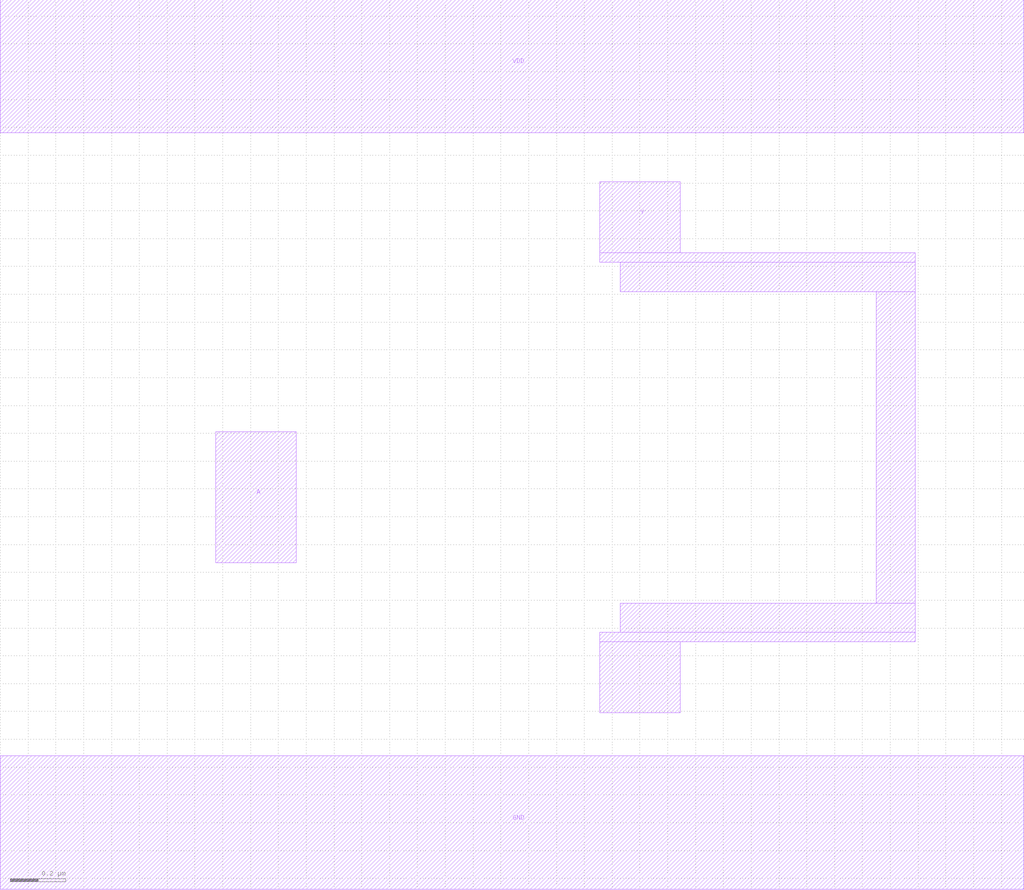
<source format=lef>
MACRO BUFX4
 CLASS CORE ;
 ORIGIN 0 0 ;
 FOREIGN BUFX4 0 0 ;
 SITE CORE ;
 SYMMETRY X Y R90 ;
  PIN VDD
   DIRECTION INOUT ;
   USE SIGNAL ;
   SHAPE ABUTMENT ;
    PORT
     CLASS CORE ;
       LAYER metal2 ;
        RECT 0.00000000 2.48000000 3.68000000 2.96000000 ;
    END
  END VDD

  PIN GND
   DIRECTION INOUT ;
   USE SIGNAL ;
   SHAPE ABUTMENT ;
    PORT
     CLASS CORE ;
       LAYER metal2 ;
        RECT 0.00000000 -0.24000000 3.68000000 0.24000000 ;
    END
  END GND

  PIN Y
   DIRECTION INOUT ;
   USE SIGNAL ;
   SHAPE ABUTMENT ;
    PORT
     CLASS CORE ;
       LAYER metal2 ;
        RECT 2.15500000 0.39500000 2.44500000 0.65000000 ;
        RECT 2.15500000 0.65000000 3.29000000 0.68500000 ;
        RECT 2.23000000 0.68500000 3.29000000 0.79000000 ;
        RECT 3.15000000 0.79000000 3.29000000 1.91000000 ;
        RECT 2.23000000 1.91000000 3.29000000 2.01500000 ;
        RECT 2.15500000 2.01500000 3.29000000 2.05000000 ;
        RECT 2.15500000 2.05000000 2.44500000 2.30500000 ;
    END
  END Y

  PIN A
   DIRECTION INOUT ;
   USE SIGNAL ;
   SHAPE ABUTMENT ;
    PORT
     CLASS CORE ;
       LAYER metal2 ;
        RECT 0.77500000 0.93500000 1.06500000 1.40500000 ;
    END
  END A


END BUFX4

</source>
